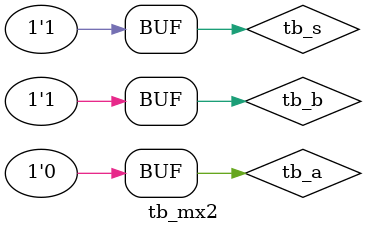
<source format=v>
`timescale 1ns/100ps

module tb_mx2;		//simple testbench(Exhaustive verification)

	reg tb_a, tb_b, tb_s;
	wire tb_y;
	
	mx2 testmx2(tb_y, tb_a, tb_b, tb_s);
	
	initial 
		begin
		
		tb_a = 0; tb_b = 0; tb_s = 0; #10;			//y = b = 0
		tb_a = 1; #10;										//y = b = 0
		tb_b = 1; #10;										//y = b = 1
		tb_a = 0; #10;										//y = b = 1
		tb_b = 0; tb_s = 1; #10;						//y = a = 0
		tb_a = 1; #10;										//y = a = 1
		tb_b = 1; #10;										//y = a = 1
		tb_a = 0; #10;										//y = a = 0
		
		end

endmodule 
</source>
